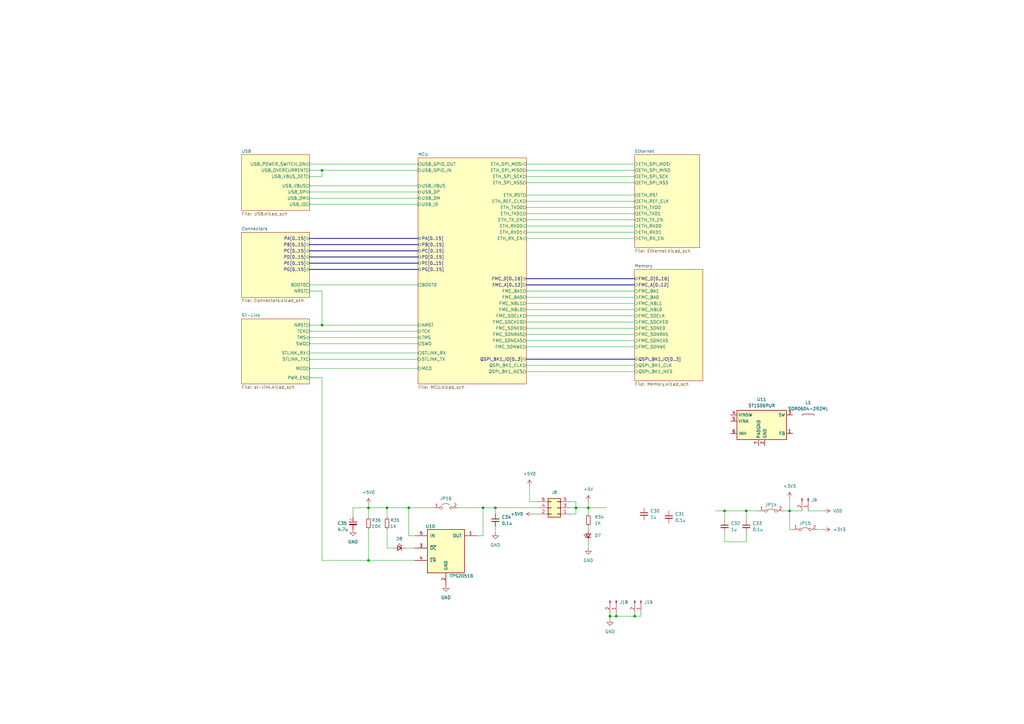
<source format=kicad_sch>
(kicad_sch (version 20230121) (generator eeschema)
  (paper "A3")
  (lib_symbols
    (symbol "Connector:Conn_01x02_Pin" (pin_names (offset 1.016) hide)
      (property "Reference" "J" (at 0 2.54 0))
      (property "Value" "Conn_01x02_Pin" (at 0 -5.08 0))
      (symbol "Conn_01x02_Pin_1_1"
        (polyline (pts (xy 1.27 -2.54) (xy 0.8636 -2.54)) (stroke (width 0.1524)))
        (polyline (pts (xy 1.27 0) (xy 0.8636 0)) (stroke (width 0.1524)))
        (rectangle (start 0.8636 -2.413) (end 0 -2.667) (stroke (width 0.1524)) (fill (type outline)))
        (rectangle (start 0.8636 0.127) (end 0 -0.127) (stroke (width 0.1524)) (fill (type outline)))
        (pin passive line (at 5.08 0 180) (length 3.81) (name "Pin_1") (number "1"))
        (pin passive line (at 5.08 -2.54 180) (length 3.81) (name "Pin_2") (number "2"))
      )
    )
    (symbol "Connector_Generic:Conn_02x03_Odd_Even" (pin_names (offset 1.016) hide)
      (property "Reference" "J" (at 1.27 5.08 0))
      (property "Value" "Conn_02x03_Odd_Even" (at 1.27 -5.08 0))
      (symbol "Conn_02x03_Odd_Even_1_1"
        (rectangle (start -1.27 -2.413) (end 0 -2.667) (stroke (width 0.1524)))
        (rectangle (start -1.27 0.127) (end 0 -0.127) (stroke (width 0.1524)))
        (rectangle (start -1.27 2.667) (end 0 2.413) (stroke (width 0.1524)))
        (rectangle (start -1.27 3.81) (end 3.81 -3.81) (stroke (width 0.254)) (fill (type background)))
        (rectangle (start 3.81 -2.413) (end 2.54 -2.667) (stroke (width 0.1524)))
        (rectangle (start 3.81 0.127) (end 2.54 -0.127) (stroke (width 0.1524)))
        (rectangle (start 3.81 2.667) (end 2.54 2.413) (stroke (width 0.1524)))
        (pin passive line (at -5.08 2.54 0) (length 3.81) (name "Pin_1") (number "1"))
        (pin passive line (at 7.62 2.54 180) (length 3.81) (name "Pin_2") (number "2"))
        (pin passive line (at -5.08 0 0) (length 3.81) (name "Pin_3") (number "3"))
        (pin passive line (at 7.62 0 180) (length 3.81) (name "Pin_4") (number "4"))
        (pin passive line (at -5.08 -2.54 0) (length 3.81) (name "Pin_5") (number "5"))
        (pin passive line (at 7.62 -2.54 180) (length 3.81) (name "Pin_6") (number "6"))
      )
    )
    (symbol "Device:C_Polarized_Small" (pin_numbers hide) (pin_names (offset 0.254) hide)
      (property "Reference" "C" (at 0.254 1.778 0))
      (property "Value" "C_Polarized_Small" (at 0.254 -2.032 0))
      (symbol "C_Polarized_Small_0_1"
        (rectangle (start -1.524 -0.3048) (end 1.524 -0.6858) (fill (type outline)))
        (rectangle (start -1.524 0.6858) (end 1.524 0.3048))
        (polyline (pts (xy -1.27 1.524) (xy -0.762 1.524)))
        (polyline (pts (xy -1.016 1.27) (xy -1.016 1.778)))
      )
      (symbol "C_Polarized_Small_1_1"
        (pin passive line (at 0 2.54 270) (length 1.8542) (name "~") (number "1"))
        (pin passive line (at 0 -2.54 90) (length 1.8542) (name "~") (number "2"))
      )
    )
    (symbol "Device:C_Small" (pin_numbers hide) (pin_names (offset 0.254) hide)
      (property "Reference" "C" (at 0.254 1.778 0))
      (property "Value" "C_Small" (at 0.254 -2.032 0))
      (symbol "C_Small_0_1"
        (polyline (pts (xy -1.524 -0.508) (xy 1.524 -0.508)) (stroke (width 0.3302)))
        (polyline (pts (xy -1.524 0.508) (xy 1.524 0.508)) (stroke (width 0.3048)))
      )
      (symbol "C_Small_1_1"
        (pin passive line (at 0 2.54 270) (length 2.032) (name "~") (number "1"))
        (pin passive line (at 0 -2.54 90) (length 2.032) (name "~") (number "2"))
      )
    )
    (symbol "Device:LED_Small" (pin_numbers hide) (pin_names (offset 0.254) hide)
      (property "Reference" "D" (at -1.27 3.175 0))
      (property "Value" "LED_Small" (at -4.445 -2.54 0))
      (symbol "LED_Small_0_1"
        (polyline (pts (xy -0.762 -1.016) (xy -0.762 1.016)) (stroke (width 0.254)))
        (polyline (pts (xy 1.016 0) (xy -0.762 0)))
        (polyline (pts (xy 0.762 -1.016) (xy -0.762 0) (xy 0.762 1.016) (xy 0.762 -1.016)) (stroke (width 0.254)))
        (polyline (pts (xy 0 0.762) (xy -0.508 1.27) (xy -0.254 1.27) (xy -0.508 1.27) (xy -0.508 1.016)))
        (polyline (pts (xy 0.508 1.27) (xy 0 1.778) (xy 0.254 1.778) (xy 0 1.778) (xy 0 1.524)))
      )
      (symbol "LED_Small_1_1"
        (pin passive line (at -2.54 0 0) (length 1.778) (name "K") (number "1"))
        (pin passive line (at 2.54 0 180) (length 1.778) (name "A") (number "2"))
      )
    )
    (symbol "Device:L_Small" (pin_numbers hide) (pin_names (offset 0.254) hide)
      (property "Reference" "L" (at 0.762 1.016 0))
      (property "Value" "L_Small" (at 0.762 -1.016 0))
      (symbol "L_Small_0_1"
        (arc (start 0 -2.032) (mid 0.5058 -1.524) (end 0 -1.016))
        (arc (start 0 -1.016) (mid 0.5058 -0.508) (end 0 0))
        (arc (start 0 0) (mid 0.5058 0.508) (end 0 1.016))
        (arc (start 0 1.016) (mid 0.5058 1.524) (end 0 2.032))
      )
      (symbol "L_Small_1_1"
        (pin passive line (at 0 2.54 270) (length 0.508) (name "~") (number "1"))
        (pin passive line (at 0 -2.54 90) (length 0.508) (name "~") (number "2"))
      )
    )
    (symbol "Device:R_Small" (pin_numbers hide) (pin_names (offset 0.254) hide)
      (property "Reference" "R" (at 0.762 0.508 0))
      (property "Value" "R_Small" (at 0.762 -1.016 0))
      (symbol "R_Small_0_1"
        (rectangle (start -0.762 1.778) (end 0.762 -1.778) (stroke (width 0.2032)))
      )
      (symbol "R_Small_1_1"
        (pin passive line (at 0 2.54 270) (length 0.762) (name "~") (number "1"))
        (pin passive line (at 0 -2.54 90) (length 0.762) (name "~") (number "2"))
      )
    )
    (symbol "Jumper:Jumper_2_Bridged" (pin_names (offset 0) hide)
      (property "Reference" "JP" (at 0 1.905 0))
      (property "Value" "Jumper_2_Bridged" (at 0 -2.54 0))
      (symbol "Jumper_2_Bridged_0_0"
        (circle (center -2.032 0) (radius 0.508))
        (circle (center 2.032 0) (radius 0.508))
      )
      (symbol "Jumper_2_Bridged_0_1"
        (arc (start 1.524 0.254) (mid 0 0.762) (end -1.524 0.254))
      )
      (symbol "Jumper_2_Bridged_1_1"
        (pin passive line (at -5.08 0 0) (length 2.54) (name "A") (number "1"))
        (pin passive line (at 5.08 0 180) (length 2.54) (name "B") (number "2"))
      )
    )
    (symbol "Jumper:Jumper_2_Open" (pin_names (offset 0) hide)
      (property "Reference" "JP" (at 0 2.794 0))
      (property "Value" "Jumper_2_Open" (at 0 -2.286 0))
      (symbol "Jumper_2_Open_0_0"
        (circle (center -2.032 0) (radius 0.508))
        (circle (center 2.032 0) (radius 0.508))
      )
      (symbol "Jumper_2_Open_0_1"
        (arc (start 1.524 1.27) (mid 0 1.778) (end -1.524 1.27))
      )
      (symbol "Jumper_2_Open_1_1"
        (pin passive line (at -5.08 0 0) (length 2.54) (name "A") (number "1"))
        (pin passive line (at 5.08 0 180) (length 2.54) (name "B") (number "2"))
      )
    )
    (symbol "meshium_duo:+3V3_PER" (power) (pin_names (offset 0))
      (property "Value" "+3V3_PER" (at 0 3.556 0))
      (symbol "+3V3_PER_0_1"
        (polyline (pts (xy -0.762 1.27) (xy 0 2.54)))
        (polyline (pts (xy 0 0) (xy 0 2.54)))
        (polyline (pts (xy 0 2.54) (xy 0.762 1.27)))
      )
      (symbol "+3V3_PER_1_1"
        (pin power_in line (at 0 0 90) (length 0) hide (name "+3V3") (number "1"))
      )
    )
    (symbol "meshium_duo:E5V" (power) (pin_names (offset 0))
      (property "Value" "E5V" (at 0 3.556 0))
      (symbol "E5V_0_1"
        (polyline (pts (xy -0.762 1.27) (xy 0 2.54)))
        (polyline (pts (xy 0 0) (xy 0 2.54)))
        (polyline (pts (xy 0 2.54) (xy 0.762 1.27)))
      )
      (symbol "E5V_1_1"
        (pin power_in line (at 0 0 90) (length 0) hide (name "+5V0") (number "1"))
      )
    )
    (symbol "meshium_duo:ST1S06PUR"
      (property "Reference" "U" (at -10.16 5.715 0))
      (property "Value" "ST1S06PUR" (at -0.635 5.715 0))
      (symbol "ST1S06PUR_0_1"
        (rectangle (start 10.16 4.445) (end -10.16 -7.62) (stroke (width 0.254)) (fill (type background)))
      )
      (symbol "ST1S06PUR_1_1"
        (pin input line (at 12.7 -5.08 180) (length 2.54) (name "FB") (number "1"))
        (pin power_in line (at 1.27 -10.16 90) (length 2.54) (name "GND") (number "2"))
        (pin output line (at 12.7 2.54 180) (length 2.54) (name "SW") (number "3"))
        (pin input line (at -12.7 2.54 0) (length 2.54) (name "VINSW") (number "4"))
        (pin power_in line (at -12.7 0 0) (length 2.54) (name "VINA") (number "5"))
        (pin input line (at -12.7 -5.08 0) (length 2.54) (name "INH") (number "6"))
        (pin power_in line (at -1.27 -10.16 90) (length 2.54) (name "PADGND") (number "7"))
      )
    )
    (symbol "meshium_duo:TPS2051B" (pin_names (offset 1.016))
      (property "Reference" "U" (at 0 10.795 0))
      (property "Value" "TPS2051B" (at 0 8.89 0))
      (symbol "TPS2051B_0_1"
        (rectangle (start -7.62 7.62) (end 7.62 -10.16) (stroke (width 0.254)) (fill (type background)))
      )
      (symbol "TPS2051B_1_1"
        (pin power_out line (at 12.7 5.08 180) (length 5.08) (name "OUT") (number "1"))
        (pin power_in line (at 0 -15.24 90) (length 5.08) (name "GND") (number "2"))
        (pin open_collector line (at -12.7 0 0) (length 5.08) (name "~{OC}") (number "3"))
        (pin input line (at -12.7 -5.08 0) (length 5.08) (name "~{EN}") (number "4"))
        (pin power_in line (at -12.7 5.08 0) (length 5.08) (name "IN") (number "5"))
      )
    )
    (symbol "meshium_duo:U5V" (power) (pin_names (offset 0))
      (property "Value" "U5V" (at 0 3.556 0))
      (symbol "U5V_0_1"
        (polyline (pts (xy -0.762 1.27) (xy 0 2.54)))
        (polyline (pts (xy 0 0) (xy 0 2.54)))
        (polyline (pts (xy 0 2.54) (xy 0.762 1.27)))
      )
      (symbol "U5V_1_1"
        (pin power_in line (at 0 0 90) (length 0) hide (name "+5V0") (number "1"))
      )
    )
    (symbol "meshium_duo:VIN_5V" (power) (pin_names (offset 0))
      (property "Value" "VIN_5V" (at 0 3.556 0))
      (symbol "VIN_5V_0_1"
        (polyline (pts (xy -0.762 1.27) (xy 0 2.54)))
        (polyline (pts (xy 0 0) (xy 0 2.54)))
        (polyline (pts (xy 0 2.54) (xy 0.762 1.27)))
      )
      (symbol "VIN_5V_1_1"
        (pin power_in line (at 0 0 90) (length 0) hide (name "+5V0") (number "1"))
      )
    )
    (symbol "power:+3V3" (power) (pin_names (offset 0))
      (property "Value" "+3V3" (at 0 3.556 0))
      (symbol "+3V3_0_1"
        (polyline (pts (xy -0.762 1.27) (xy 0 2.54)))
        (polyline (pts (xy 0 0) (xy 0 2.54)))
        (polyline (pts (xy 0 2.54) (xy 0.762 1.27)))
      )
      (symbol "+3V3_1_1"
        (pin power_in line (at 0 0 90) (length 0) hide (name "+3V3") (number "1"))
      )
    )
    (symbol "power:+5V" (power) (pin_names (offset 0))
      (property "Value" "+5V" (at 0 3.556 0))
      (symbol "+5V_0_1"
        (polyline (pts (xy -0.762 1.27) (xy 0 2.54)))
        (polyline (pts (xy 0 0) (xy 0 2.54)))
        (polyline (pts (xy 0 2.54) (xy 0.762 1.27)))
      )
      (symbol "+5V_1_1"
        (pin power_in line (at 0 0 90) (length 0) hide (name "+5V") (number "1"))
      )
    )
    (symbol "power:GND" (power) (pin_names (offset 0))
      (property "Value" "GND" (at 0 -3.81 0))
      (symbol "GND_0_1"
        (polyline (pts (xy 0 0) (xy 0 -1.27) (xy 1.27 -1.27) (xy 0 -2.54) (xy -1.27 -1.27) (xy 0 -1.27)))
      )
      (symbol "GND_1_1"
        (pin power_in line (at 0 0 270) (length 0) hide (name "GND") (number "1"))
      )
    )
    (symbol "power:VDD" (power) (pin_names (offset 0))
      (property "Value" "VDD" (at 0 3.81 0))
      (symbol "VDD_0_1"
        (polyline (pts (xy -0.762 1.27) (xy 0 2.54)))
        (polyline (pts (xy 0 0) (xy 0 2.54)))
        (polyline (pts (xy 0 2.54) (xy 0.762 1.27)))
      )
      (symbol "VDD_1_1"
        (pin power_in line (at 0 0 90) (length 0) hide (name "VDD") (number "1"))
      )
    )
  )
  (junction (at 252.73 252.73))
  (junction (at 167.64 208.28))
  (junction (at 151.13 229.87))
  (junction (at 203.2 208.28))
  (junction (at 198.12 208.28))
  (junction (at 260.35 252.73))
  (junction (at 241.3 208.28))
  (junction (at 132.08 69.85))
  (junction (at 151.13 208.28))
  (junction (at 297.18 209.55))
  (junction (at 132.08 133.35))
  (junction (at 236.22 208.28))
  (junction (at 323.85 209.55))
  (junction (at 250.19 252.73))
  (junction (at 158.75 208.28))
  (junction (at 306.07 209.55))
  (wire (pts (xy 321.31 209.55) (xy 323.85 209.55)))
  (wire (pts (xy 198.12 219.71) (xy 198.12 208.28)))
  (wire (pts (xy 215.9 134.62) (xy 260.35 134.62)))
  (wire (pts (xy 151.13 208.28) (xy 158.75 208.28)))
  (wire (pts (xy 167.64 208.28) (xy 167.64 219.71)))
  (wire (pts (xy 215.9 119.38) (xy 260.35 119.38)))
  (wire (pts (xy 127 140.97) (xy 171.45 140.97)))
  (wire (pts (xy 127 72.39) (xy 132.08 72.39)))
  (wire (pts (xy 215.9 74.93) (xy 260.35 74.93)))
  (wire (pts (xy 127 67.31) (xy 171.45 67.31)))
  (wire (pts (xy 236.22 208.28) (xy 241.3 208.28)))
  (wire (pts (xy 144.78 208.28) (xy 151.13 208.28)))
  (wire (pts (xy 215.9 95.25) (xy 260.35 95.25)))
  (wire (pts (xy 127 116.84) (xy 171.45 116.84)))
  (wire (pts (xy 127 133.35) (xy 132.08 133.35)))
  (wire (pts (xy 241.3 208.28) (xy 248.92 208.28)))
  (wire (pts (xy 166.37 224.79) (xy 170.18 224.79)))
  (wire (pts (xy 151.13 217.17) (xy 151.13 229.87)))
  (wire (pts (xy 132.08 229.87) (xy 151.13 229.87)))
  (wire (pts (xy 323.85 209.55) (xy 328.93 209.55)))
  (wire (pts (xy 132.08 72.39) (xy 132.08 69.85)))
  (wire (pts (xy 187.96 208.28) (xy 198.12 208.28)))
  (wire (pts (xy 217.17 205.74) (xy 220.98 205.74)))
  (wire (pts (xy 215.9 149.86) (xy 260.35 149.86)))
  (bus (pts (xy 215.9 147.32) (xy 260.35 147.32)))
  (wire (pts (xy 127 138.43) (xy 171.45 138.43)))
  (wire (pts (xy 241.3 222.25) (xy 241.3 224.79)))
  (wire (pts (xy 306.07 209.55) (xy 311.15 209.55)))
  (wire (pts (xy 236.22 210.82) (xy 236.22 208.28)))
  (wire (pts (xy 158.75 217.17) (xy 158.75 224.79)))
  (wire (pts (xy 203.2 215.9) (xy 203.2 218.44)))
  (bus (pts (xy 127 110.49) (xy 171.45 110.49)))
  (wire (pts (xy 241.3 208.28) (xy 241.3 210.82)))
  (wire (pts (xy 217.17 199.39) (xy 217.17 205.74)))
  (wire (pts (xy 215.9 124.46) (xy 260.35 124.46)))
  (wire (pts (xy 151.13 208.28) (xy 151.13 212.09)))
  (wire (pts (xy 144.78 212.09) (xy 144.78 208.28)))
  (wire (pts (xy 132.08 154.94) (xy 132.08 229.87)))
  (wire (pts (xy 218.44 210.82) (xy 220.98 210.82)))
  (wire (pts (xy 215.9 67.31) (xy 260.35 67.31)))
  (wire (pts (xy 151.13 229.87) (xy 170.18 229.87)))
  (wire (pts (xy 127 119.38) (xy 132.08 119.38)))
  (wire (pts (xy 250.19 252.73) (xy 250.19 251.46)))
  (wire (pts (xy 252.73 252.73) (xy 260.35 252.73)))
  (wire (pts (xy 215.9 127) (xy 260.35 127)))
  (wire (pts (xy 151.13 207.01) (xy 151.13 208.28)))
  (wire (pts (xy 127 69.85) (xy 132.08 69.85)))
  (bus (pts (xy 127 100.33) (xy 171.45 100.33)))
  (wire (pts (xy 215.9 97.79) (xy 260.35 97.79)))
  (wire (pts (xy 260.35 252.73) (xy 262.89 252.73)))
  (wire (pts (xy 331.47 209.55) (xy 337.82 209.55)))
  (wire (pts (xy 127 154.94) (xy 132.08 154.94)))
  (wire (pts (xy 170.18 219.71) (xy 167.64 219.71)))
  (wire (pts (xy 215.9 142.24) (xy 260.35 142.24)))
  (bus (pts (xy 127 107.95) (xy 171.45 107.95)))
  (wire (pts (xy 241.3 205.74) (xy 241.3 208.28)))
  (wire (pts (xy 215.9 72.39) (xy 260.35 72.39)))
  (wire (pts (xy 215.9 139.7) (xy 260.35 139.7)))
  (wire (pts (xy 203.2 208.28) (xy 220.98 208.28)))
  (bus (pts (xy 215.9 116.84) (xy 260.35 116.84)))
  (wire (pts (xy 203.2 208.28) (xy 203.2 210.82)))
  (wire (pts (xy 215.9 92.71) (xy 260.35 92.71)))
  (wire (pts (xy 241.3 215.9) (xy 241.3 217.17)))
  (wire (pts (xy 127 83.82) (xy 171.45 83.82)))
  (wire (pts (xy 127 144.78) (xy 171.45 144.78)))
  (wire (pts (xy 335.28 217.17) (xy 337.82 217.17)))
  (wire (pts (xy 127 78.74) (xy 171.45 78.74)))
  (bus (pts (xy 127 105.41) (xy 171.45 105.41)))
  (wire (pts (xy 127 76.2) (xy 171.45 76.2)))
  (wire (pts (xy 306.07 218.44) (xy 306.07 222.25)))
  (wire (pts (xy 158.75 224.79) (xy 161.29 224.79)))
  (wire (pts (xy 215.9 132.08) (xy 260.35 132.08)))
  (wire (pts (xy 297.18 209.55) (xy 306.07 209.55)))
  (bus (pts (xy 215.9 114.3) (xy 260.35 114.3)))
  (wire (pts (xy 252.73 251.46) (xy 252.73 252.73)))
  (wire (pts (xy 236.22 205.74) (xy 233.68 205.74)))
  (wire (pts (xy 215.9 137.16) (xy 260.35 137.16)))
  (wire (pts (xy 252.73 252.73) (xy 250.19 252.73)))
  (wire (pts (xy 127 81.28) (xy 171.45 81.28)))
  (wire (pts (xy 233.68 210.82) (xy 236.22 210.82)))
  (wire (pts (xy 297.18 222.25) (xy 306.07 222.25)))
  (wire (pts (xy 132.08 119.38) (xy 132.08 133.35)))
  (wire (pts (xy 306.07 209.55) (xy 306.07 213.36)))
  (wire (pts (xy 167.64 208.28) (xy 177.8 208.28)))
  (wire (pts (xy 215.9 87.63) (xy 260.35 87.63)))
  (wire (pts (xy 250.19 252.73) (xy 250.19 254)))
  (wire (pts (xy 323.85 204.47) (xy 323.85 209.55)))
  (wire (pts (xy 323.85 217.17) (xy 325.12 217.17)))
  (wire (pts (xy 293.37 209.55) (xy 297.18 209.55)))
  (wire (pts (xy 215.9 121.92) (xy 260.35 121.92)))
  (wire (pts (xy 215.9 85.09) (xy 260.35 85.09)))
  (bus (pts (xy 127 102.87) (xy 171.45 102.87)))
  (wire (pts (xy 297.18 209.55) (xy 297.18 213.36)))
  (wire (pts (xy 198.12 208.28) (xy 203.2 208.28)))
  (wire (pts (xy 132.08 133.35) (xy 171.45 133.35)))
  (wire (pts (xy 215.9 80.01) (xy 260.35 80.01)))
  (wire (pts (xy 323.85 209.55) (xy 323.85 217.17)))
  (wire (pts (xy 215.9 82.55) (xy 260.35 82.55)))
  (wire (pts (xy 215.9 152.4) (xy 260.35 152.4)))
  (wire (pts (xy 215.9 69.85) (xy 260.35 69.85)))
  (wire (pts (xy 127 147.32) (xy 171.45 147.32)))
  (wire (pts (xy 127 135.89) (xy 171.45 135.89)))
  (wire (pts (xy 236.22 208.28) (xy 236.22 205.74)))
  (wire (pts (xy 297.18 218.44) (xy 297.18 222.25)))
  (wire (pts (xy 262.89 252.73) (xy 262.89 251.46)))
  (wire (pts (xy 158.75 208.28) (xy 158.75 212.09)))
  (wire (pts (xy 195.58 219.71) (xy 198.12 219.71)))
  (wire (pts (xy 215.9 90.17) (xy 260.35 90.17)))
  (bus (pts (xy 127 97.79) (xy 171.45 97.79)))
  (wire (pts (xy 260.35 251.46) (xy 260.35 252.73)))
  (wire (pts (xy 158.75 208.28) (xy 167.64 208.28)))
  (wire (pts (xy 127 151.13) (xy 171.45 151.13)))
  (wire (pts (xy 233.68 208.28) (xy 236.22 208.28)))
  (wire (pts (xy 215.9 129.54) (xy 260.35 129.54)))
  (wire (pts (xy 132.08 69.85) (xy 171.45 69.85)))
  (symbol (lib_id "Device:LED_Small") (at 241.3 219.71 90) (unit 1)
    (property "Reference" "D7" (at 243.84 219.6465 90) (effects (justify right)))
    (property "Value" "LED_Small" (effects hide))
    (property "Footprint" "LED_SMD:LED_0603_1608Metric" (effects hide))
  )
  (symbol (lib_id "Device:C_Small") (at 306.07 215.9 0) (unit 1)
    (property "Reference" "C33" (at 308.61 214.6363 0) (effects (justify left)))
    (property "Value" "0.1u" (at 308.61 217.1763 0) (effects (justify left)))
    (property "Footprint" "Capacitor_SMD:C_0603_1608Metric" (effects hide))
  )
  (symbol (lib_id "power:GND") (at 144.78 217.17 0) (unit 1)
    (property "Reference" "#PWR072" (effects hide))
    (property "Value" "GND" (at 144.78 222.25 0))
  )
  (symbol (lib_id "Device:R_Small") (at 151.13 214.63 0) (unit 1)
    (property "Reference" "R36" (at 152.4 213.36 0) (effects (justify left)))
    (property "Value" "10K" (at 152.4 215.9 0) (effects (justify left)))
    (property "Footprint" "Resistor_SMD:R_0603_1608Metric" (effects hide))
  )
  (symbol (lib_id "meshium_duo:ST1S06PUR") (at 312.42 172.72 0) (unit 1)
    (property "Reference" "U11" (at 312.42 163.83 0))
    (property "Value" "ST1S06PUR" (at 312.42 166.37 0))
  )
  (symbol (lib_id "Device:C_Polarized_Small") (at 144.78 214.63 0) (unit 1)
    (property "Reference" "C35" (at 138.43 214.63 0) (effects (justify left)))
    (property "Value" "4.7u" (at 138.43 217.17 0) (effects (justify left)))
    (property "Footprint" "Capacitor_Tantalum_SMD:CP_EIA-6032-28_Kemet-C" (effects hide))
  )
  (symbol (lib_id "Device:C_Small") (at 203.2 213.36 0) (unit 1)
    (property "Reference" "C34" (at 205.74 212.0963 0) (effects (justify left)))
    (property "Value" "0.1u" (at 205.74 214.6363 0) (effects (justify left)))
    (property "Footprint" "Capacitor_SMD:C_0603_1608Metric" (effects hide))
  )
  (symbol (lib_id "Jumper:Jumper_2_Open") (at 182.88 208.28 0) (unit 1)
    (property "Reference" "JP16" (at 182.88 204.47 0))
    (property "Value" "Jumper_2_Open" (effects hide))
    (property "Footprint" "Jumper:SolderJumper-2_P1.3mm_Open_TrianglePad1.0x1.5mm" (effects hide))
  )
  (symbol (lib_id "power:+5V") (at 241.3 205.74 0) (unit 1)
    (property "Reference" "#PWR062" (effects hide))
    (property "Value" "+5V" (at 241.3 200.66 0))
  )
  (symbol (lib_id "power:GND") (at 182.88 240.03 0) (unit 1)
    (property "Reference" "#PWR071" (effects hide))
    (property "Value" "GND" (at 182.88 245.11 0))
  )
  (symbol (lib_id "power:VDD") (at 337.82 209.55 270) (unit 1)
    (property "Reference" "#PWR063" (effects hide))
    (property "Value" "VDD" (at 341.63 209.55 90) (effects (justify left)))
  )
  (symbol (lib_id "Device:C_Small") (at 274.32 212.09 0) (unit 1)
    (property "Reference" "C31" (at 276.86 210.8263 0) (effects (justify left)))
    (property "Value" "0.1u" (at 276.86 213.3663 0) (effects (justify left)))
    (property "Footprint" "Capacitor_SMD:C_0603_1608Metric" (effects hide))
  )
  (symbol (lib_id "power:GND") (at 203.2 218.44 0) (unit 1)
    (property "Reference" "#PWR069" (effects hide))
    (property "Value" "GND" (at 203.2 223.52 0))
  )
  (symbol (lib_id "meshium_duo:TPS2051B") (at 182.88 224.79 0) (unit 1)
    (property "Reference" "U10" (at 176.53 215.9 0))
    (property "Value" "TPS2051B" (at 189.23 236.22 0))
    (property "Footprint" "Package_TO_SOT_SMD:SOT-23-5" (effects hide))
    (property "Datasheet" "http://www.ti.com/lit/ds/symlink/tps2051.pdf" (effects hide))
  )
  (symbol (lib_id "meshium_duo:+3V3_PER") (at 337.82 217.17 270) (unit 1)
    (property "Reference" "#PWR064" (effects hide))
    (property "Value" "+3V3_PER" (at 341.63 217.17 90) (effects (justify left)))
  )
  (symbol (lib_id "Device:R_Small") (at 241.3 213.36 0) (unit 1)
    (property "Reference" "R34" (at 243.84 212.09 0) (effects (justify left)))
    (property "Value" "1K" (at 243.84 214.63 0) (effects (justify left)))
    (property "Footprint" "Resistor_SMD:R_0603_1608Metric" (effects hide))
  )
  (symbol (lib_id "meshium_duo:VIN_5V") (at 217.17 199.39 0) (unit 1)
    (property "Reference" "#PWR068" (effects hide))
    (property "Value" "VIN_5V" (at 217.17 194.31 0))
  )
  (symbol (lib_id "Connector:Conn_01x02_Pin") (at 262.89 246.38 270) (unit 1)
    (property "Reference" "J19" (at 264.16 247.015 90) (effects (justify left)))
    (property "Value" "Conn_01x02_Pin" (effects hide))
    (property "Footprint" "Connector_PinHeader_2.54mm:PinHeader_1x02_P2.54mm_Vertical" (effects hide))
  )
  (symbol (lib_id "Device:C_Small") (at 264.16 210.82 0) (unit 1)
    (property "Reference" "C30" (at 266.7 209.5563 0) (effects (justify left)))
    (property "Value" "1u" (at 266.7 212.0963 0) (effects (justify left)))
    (property "Footprint" "Capacitor_SMD:C_0603_1608Metric" (effects hide))
  )
  (symbol (lib_id "Device:L_Small") (at 331.47 170.18 90) (unit 1)
    (property "Reference" "L1" (at 331.47 165.1 90))
    (property "Value" "SDR0604-2R2ML" (at 331.47 167.64 90))
  )
  (symbol (lib_id "meshium_duo:E5V") (at 218.44 210.82 90) (unit 1)
    (property "Reference" "#PWR067" (effects hide))
    (property "Value" "E5V" (at 214.63 210.82 90) (effects (justify left)))
  )
  (symbol (lib_id "meshium_duo:U5V") (at 151.13 207.01 0) (unit 1)
    (property "Reference" "#PWR070" (effects hide))
    (property "Value" "U5V" (at 151.13 201.93 0))
  )
  (symbol (lib_id "power:+3V3") (at 323.85 204.47 0) (unit 1)
    (property "Reference" "#PWR065" (effects hide))
    (property "Value" "+3V3" (at 323.85 199.39 0))
  )
  (symbol (lib_id "Device:C_Small") (at 297.18 215.9 0) (unit 1)
    (property "Reference" "C32" (at 299.72 214.6363 0) (effects (justify left)))
    (property "Value" "1u" (at 299.72 217.1763 0) (effects (justify left)))
    (property "Footprint" "Capacitor_SMD:C_0603_1608Metric" (effects hide))
  )
  (symbol (lib_id "Device:R_Small") (at 158.75 214.63 0) (unit 1)
    (property "Reference" "R35" (at 160.02 213.36 0) (effects (justify left)))
    (property "Value" "1K" (at 160.02 215.9 0) (effects (justify left)))
    (property "Footprint" "Resistor_SMD:R_0603_1608Metric" (effects hide))
  )
  (symbol (lib_id "power:GND") (at 250.19 254 0) (unit 1)
    (property "Reference" "#PWR0109" (effects hide))
    (property "Value" "GND" (at 250.19 259.08 0))
  )
  (symbol (lib_id "power:GND") (at 241.3 224.79 0) (unit 1)
    (property "Reference" "#PWR066" (effects hide))
    (property "Value" "GND" (at 241.3 229.87 0))
  )
  (symbol (lib_id "Device:LED_Small") (at 163.83 224.79 0) (mirror y) (unit 1)
    (property "Reference" "D8" (at 163.7665 220.98 0))
    (property "Value" "LED_Small" (effects hide))
    (property "Footprint" "LED_SMD:LED_0603_1608Metric" (effects hide))
  )
  (symbol (lib_id "Connector:Conn_01x02_Pin") (at 252.73 246.38 270) (unit 1)
    (property "Reference" "J18" (at 254 247.015 90) (effects (justify left)))
    (property "Value" "Conn_01x02_Pin" (effects hide))
    (property "Footprint" "Connector_PinHeader_2.54mm:PinHeader_1x02_P2.54mm_Vertical" (effects hide))
  )
  (symbol (lib_id "Connector_Generic:Conn_02x03_Odd_Even") (at 228.6 208.28 180) (unit 1)
    (property "Reference" "J8" (at 227.33 201.93 0))
    (property "Value" "Conn_02x03_Odd_Even" (effects hide))
    (property "Footprint" "Connector_PinHeader_2.54mm:PinHeader_2x03_P2.54mm_Vertical" (effects hide))
  )
  (symbol (lib_id "Jumper:Jumper_2_Bridged") (at 316.23 209.55 0) (unit 1)
    (property "Reference" "JP14" (at 316.23 207.01 0))
    (property "Value" "Jumper_2_Bridged" (effects hide))
    (property "Footprint" "Jumper:SolderJumper-2_P1.3mm_Open_TrianglePad1.0x1.5mm" (effects hide))
  )
  (symbol (lib_id "Jumper:Jumper_2_Bridged") (at 330.2 217.17 0) (unit 1)
    (property "Reference" "JP15" (at 330.2 214.63 0))
    (property "Value" "Jumper_2_Bridged" (effects hide))
    (property "Footprint" "Jumper:SolderJumper-2_P1.3mm_Open_TrianglePad1.0x1.5mm" (effects hide))
  )
  (symbol (lib_id "Connector:Conn_01x02_Pin") (at 331.47 204.47 270) (unit 1)
    (property "Reference" "J9" (at 332.74 205.105 90) (effects (justify left)))
    (property "Value" "Conn_01x02_Pin" (effects hide))
    (property "Footprint" "Connector_PinHeader_2.54mm:PinHeader_1x02_P2.54mm_Vertical" (effects hide))
  )
  (sheet (at 99.06 63.5) (size 27.94 22.86) (stroke (width 0.1524)) (fill (color 255 255 194 1.0000))
    (property "Sheetname" "USB" (at 99.06 62.7884 0) (effects (justify left bottom)))
    (property "Sheetfile" "USB.kicad_sch" (at 99.06 86.9446 0) (effects (justify left top)))
    (pin "USB_POWER_SWITCH_ON" input (at 127 67.31 0))
    (pin "USB_OVERCURRENT" output (at 127 69.85 0))
    (pin "USB_VBUS_DET" output (at 127 72.39 0))
    (pin "USB_DP" bidirectional (at 127 78.74 0))
    (pin "USB_VBUS" output (at 127 76.2 0))
    (pin "USB_DM" bidirectional (at 127 81.28 0))
    (pin "USB_ID" output (at 127 83.82 0))
  )
  (sheet (at 260.35 110.49) (size 27.94 45.72) (stroke (width 0.1524)) (fill (color 255 255 194 1.0000))
    (property "Sheetname" "Memory" (at 260.35 109.7784 0) (effects (justify left bottom)))
    (property "Sheetfile" "Memory.kicad_sch" (at 260.35 156.7946 0) (effects (justify left top)))
    (pin "QSPI_BK1_NCS" input (at 260.35 152.4 180))
    (pin "QSPI_BK1_CLK" input (at 260.35 149.86 180))
    (pin "QSPI_BK1_IO[0..3]" bidirectional (at 260.35 147.32 180))
    (pin "FMC_NBL1" input (at 260.35 124.46 180))
    (pin "FMC_SDNWE" input (at 260.35 142.24 180))
    (pin "FMC_SDNCAS" input (at 260.35 139.7 180))
    (pin "FMC_SDNRAS" input (at 260.35 137.16 180))
    (pin "FMC_SDNE0" input (at 260.35 134.62 180))
    (pin "FMC_SDCKE0" input (at 260.35 132.08 180))
    (pin "FMC_SDCLK" input (at 260.35 129.54 180))
    (pin "FMC_NBL0" input (at 260.35 127 180))
    (pin "FMC_A[0..12]" input (at 260.35 116.84 180))
    (pin "FMC_BA0" input (at 260.35 121.92 180))
    (pin "FMC_BA1" input (at 260.35 119.38 180))
    (pin "FMC_D[0..16]" bidirectional (at 260.35 114.3 180))
  )
  (sheet (at 260.35 63.5) (size 26.67 38.1) (stroke (width 0.1524)) (fill (color 255 255 194 1.0000))
    (property "Sheetname" "Ethernet" (at 260.35 62.7884 0) (effects (justify left bottom)))
    (property "Sheetfile" "Ethernet.kicad_sch" (at 260.35 102.1846 0) (effects (justify left top)))
    (pin "ETH_SPI_MOSI" input (at 260.35 67.31 180))
    (pin "ETH_SPI_MISO" output (at 260.35 69.85 180))
    (pin "ETH_SPI_NSS" output (at 260.35 74.93 180))
    (pin "ETH_RST" output (at 260.35 80.01 180))
    (pin "ETH_REF_CLK" output (at 260.35 82.55 180))
    (pin "ETH_TXD0" output (at 260.35 85.09 180))
    (pin "ETH_TXD1" output (at 260.35 87.63 180))
    (pin "ETH_TX_EN" output (at 260.35 90.17 180))
    (pin "ETH_RXD1" input (at 260.35 95.25 180))
    (pin "ETH_RXD0" input (at 260.35 92.71 180))
    (pin "ETH_RX_EN" input (at 260.35 97.79 180))
    (pin "ETH_SPI_SCK" output (at 260.35 72.39 180))
  )
  (sheet (at 99.06 130.81) (size 27.94 26.67) (stroke (width 0.1524)) (fill (color 255 255 194 1.0000))
    (property "Sheetname" "ST-Link" (at 99.06 130.0984 0) (effects (justify left bottom)))
    (property "Sheetfile" "st-link.kicad_sch" (at 99.06 158.0646 0) (effects (justify left top)))
    (pin "PWR_EN" output (at 127 154.94 0))
    (pin "MCO" output (at 127 151.13 0))
    (pin "TMS" bidirectional (at 127 138.43 0))
    (pin "TCK" output (at 127 135.89 0))
    (pin "STLINK_RX" input (at 127 144.78 0))
    (pin "STLINK_TX" output (at 127 147.32 0))
    (pin "SWO" output (at 127 140.97 0))
    (pin "NRST" output (at 127 133.35 0))
  )
  (sheet (at 171.45 64.77) (size 44.45 92.71) (stroke (width 0.1524)) (fill (color 255 255 194 1.0000))
    (property "Sheetname" "MCU" (at 171.45 64.0584 0) (effects (justify left bottom)))
    (property "Sheetfile" "MCU.kicad_sch" (at 171.45 158.0646 0) (effects (justify left top)))
    (pin "FMC_D[0..16]" bidirectional (at 215.9 114.3 0))
    (pin "QSPI_BK1_IO[0..3]" bidirectional (at 215.9 147.32 0))
    (pin "QSPI_BK1_NCS" output (at 215.9 152.4 0))
    (pin "QSPI_BK1_CLK" output (at 215.9 149.86 0))
    (pin "FMC_A[0..12]" output (at 215.9 116.84 0))
    (pin "FMC_BA0" output (at 215.9 121.92 0))
    (pin "FMC_BA1" output (at 215.9 119.38 0))
    (pin "FMC_SDNCAS" output (at 215.9 139.7 0))
    (pin "FMC_NBL1" output (at 215.9 124.46 0))
    (pin "FMC_SDNWE" output (at 215.9 142.24 0))
    (pin "FMC_SDNRAS" output (at 215.9 137.16 0))
    (pin "FMC_SDNE0" output (at 215.9 134.62 0))
    (pin "FMC_SDCKE0" output (at 215.9 132.08 0))
    (pin "FMC_SDCLK" output (at 215.9 129.54 0))
    (pin "FMC_NBL0" output (at 215.9 127 0))
    (pin "ETH_SPI_NSS" output (at 215.9 74.93 0))
    (pin "ETH_RST" output (at 215.9 80.01 0))
    (pin "ETH_REF_CLK" output (at 215.9 82.55 0))
    (pin "ETH_TXD0" output (at 215.9 85.09 0))
    (pin "ETH_SPI_MOSI" input (at 215.9 67.31 0))
    (pin "ETH_SPI_MISO" output (at 215.9 69.85 0))
    (pin "ETH_TXD1" output (at 215.9 87.63 0))
    (pin "ETH_TX_EN" output (at 215.9 90.17 0))
    (pin "ETH_RXD0" input (at 215.9 92.71 0))
    (pin "ETH_RXD1" input (at 215.9 95.25 0))
    (pin "ETH_RX_EN" input (at 215.9 97.79 0))
    (pin "ETH_SPI_SCK" output (at 215.9 72.39 0))
    (pin "STLINK_RX" output (at 171.45 144.78 180))
    (pin "STLINK_TX" input (at 171.45 147.32 180))
    (pin "PC[0..15]" bidirectional (at 171.45 102.87 180))
    (pin "PB[0..15]" bidirectional (at 171.45 100.33 180))
    (pin "PD[0..15]" bidirectional (at 171.45 105.41 180))
    (pin "USB_GPIO_IN" input (at 171.45 69.85 180))
    (pin "USB_VBUS" input (at 171.45 76.2 180))
    (pin "USB_DM" bidirectional (at 171.45 81.28 180))
    (pin "USB_ID" input (at 171.45 83.82 180))
    (pin "USB_DP" bidirectional (at 171.45 78.74 180))
    (pin "USB_GPIO_OUT" output (at 171.45 67.31 180))
    (pin "PE[0..15]" bidirectional (at 171.45 107.95 180))
    (pin "PG[0..15]" bidirectional (at 171.45 110.49 180))
    (pin "PA[0..15]" bidirectional (at 171.45 97.79 180))
    (pin "MCO" input (at 171.45 151.13 180))
    (pin "TCK" input (at 171.45 135.89 180))
    (pin "TMS" bidirectional (at 171.45 138.43 180))
    (pin "SWO" output (at 171.45 140.97 180))
    (pin "NRST" input (at 171.45 133.35 180))
    (pin "BOOT0" passive (at 171.45 116.84 180))
  )
  (sheet (at 99.06 95.25) (size 27.94 26.67) (stroke (width 0.1524)) (fill (color 255 255 194 1.0000))
    (property "Sheetname" "Connectors" (at 99.06 94.5384 0) (effects (justify left bottom)))
    (property "Sheetfile" "Connectors.kicad_sch" (at 99.06 122.5046 0) (effects (justify left top)))
    (pin "PA[0..15]" bidirectional (at 127 97.79 0))
    (pin "PC[0..15]" bidirectional (at 127 102.87 0))
    (pin "PB[0..15]" bidirectional (at 127 100.33 0))
    (pin "PD[0..15]" bidirectional (at 127 105.41 0))
    (pin "PE[0..15]" bidirectional (at 127 107.95 0))
    (pin "PG[0..15]" bidirectional (at 127 110.49 0))
    (pin "BOOT0" passive (at 127 116.84 0))
    (pin "NRST" passive (at 127 119.38 0))
  )
)
</source>
